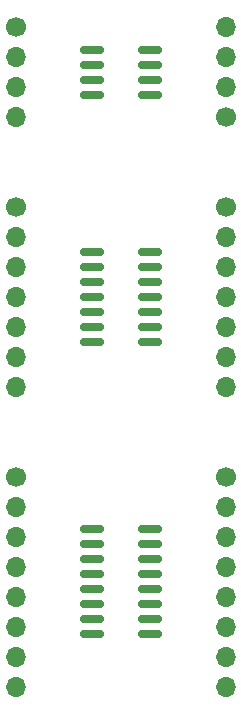
<source format=gbr>
%TF.GenerationSoftware,KiCad,Pcbnew,(6.0.5)*%
%TF.CreationDate,2022-06-25T15:42:17-04:00*%
%TF.ProjectId,Breakout_Converter,42726561-6b6f-4757-945f-436f6e766572,rev?*%
%TF.SameCoordinates,Original*%
%TF.FileFunction,Soldermask,Top*%
%TF.FilePolarity,Negative*%
%FSLAX46Y46*%
G04 Gerber Fmt 4.6, Leading zero omitted, Abs format (unit mm)*
G04 Created by KiCad (PCBNEW (6.0.5)) date 2022-06-25 15:42:17*
%MOMM*%
%LPD*%
G01*
G04 APERTURE LIST*
G04 Aperture macros list*
%AMRoundRect*
0 Rectangle with rounded corners*
0 $1 Rounding radius*
0 $2 $3 $4 $5 $6 $7 $8 $9 X,Y pos of 4 corners*
0 Add a 4 corners polygon primitive as box body*
4,1,4,$2,$3,$4,$5,$6,$7,$8,$9,$2,$3,0*
0 Add four circle primitives for the rounded corners*
1,1,$1+$1,$2,$3*
1,1,$1+$1,$4,$5*
1,1,$1+$1,$6,$7*
1,1,$1+$1,$8,$9*
0 Add four rect primitives between the rounded corners*
20,1,$1+$1,$2,$3,$4,$5,0*
20,1,$1+$1,$4,$5,$6,$7,0*
20,1,$1+$1,$6,$7,$8,$9,0*
20,1,$1+$1,$8,$9,$2,$3,0*%
G04 Aperture macros list end*
%ADD10O,1.700000X1.700000*%
%ADD11C,1.700000*%
%ADD12RoundRect,0.150000X-0.825000X-0.150000X0.825000X-0.150000X0.825000X0.150000X-0.825000X0.150000X0*%
G04 APERTURE END LIST*
D10*
%TO.C,J3*%
X133350000Y-81280000D03*
X133350000Y-78740000D03*
X133350000Y-76200000D03*
X133350000Y-73660000D03*
X133350000Y-71120000D03*
X133350000Y-68580000D03*
D11*
X133350000Y-66040000D03*
%TD*%
D12*
%TO.C,U3*%
X139765000Y-93330000D03*
X139765000Y-94600000D03*
X139765000Y-95870000D03*
X139765000Y-97140000D03*
X139765000Y-98410000D03*
X139765000Y-99680000D03*
X139765000Y-100950000D03*
X139765000Y-102220000D03*
X144715000Y-102220000D03*
X144715000Y-100950000D03*
X144715000Y-99680000D03*
X144715000Y-98410000D03*
X144715000Y-97140000D03*
X144715000Y-95870000D03*
X144715000Y-94600000D03*
X144715000Y-93330000D03*
%TD*%
%TO.C,U2*%
X139765000Y-69850000D03*
X139765000Y-71120000D03*
X139765000Y-72390000D03*
X139765000Y-73660000D03*
X139765000Y-74930000D03*
X139765000Y-76200000D03*
X139765000Y-77470000D03*
X144715000Y-77470000D03*
X144715000Y-76200000D03*
X144715000Y-74930000D03*
X144715000Y-73660000D03*
X144715000Y-72390000D03*
X144715000Y-71120000D03*
X144715000Y-69850000D03*
%TD*%
D11*
%TO.C,J2*%
X151130000Y-58419624D03*
D10*
X151130000Y-55879632D03*
X151130000Y-53339632D03*
X151130000Y-50799632D03*
%TD*%
D12*
%TO.C,U1*%
X139765000Y-52734643D03*
X139765000Y-54004643D03*
X139765000Y-55274643D03*
X139765000Y-56544643D03*
X144715000Y-56544643D03*
X144715000Y-55274643D03*
X144715000Y-54004643D03*
X144715000Y-52734643D03*
%TD*%
D10*
%TO.C,J1*%
X133350000Y-58419496D03*
X133350000Y-55879496D03*
X133350000Y-53339496D03*
D11*
X133350000Y-50799504D03*
%TD*%
D10*
%TO.C,J6*%
X151130000Y-106680000D03*
X151130000Y-104140000D03*
X151130000Y-101600000D03*
X151130000Y-99060000D03*
X151130000Y-96520000D03*
X151130000Y-93980000D03*
X151130000Y-91440000D03*
D11*
X151130000Y-88900000D03*
%TD*%
D10*
%TO.C,J5*%
X133350000Y-106680000D03*
X133350000Y-104140000D03*
X133350000Y-101600000D03*
X133350000Y-99060000D03*
X133350000Y-96520000D03*
X133350000Y-93980000D03*
X133350000Y-91440000D03*
D11*
X133350000Y-88900000D03*
%TD*%
D10*
%TO.C,J4*%
X151130000Y-81280000D03*
X151130000Y-78740000D03*
X151130000Y-76200000D03*
X151130000Y-73660000D03*
X151130000Y-71120000D03*
X151130000Y-68580000D03*
D11*
X151130000Y-66040000D03*
%TD*%
M02*

</source>
